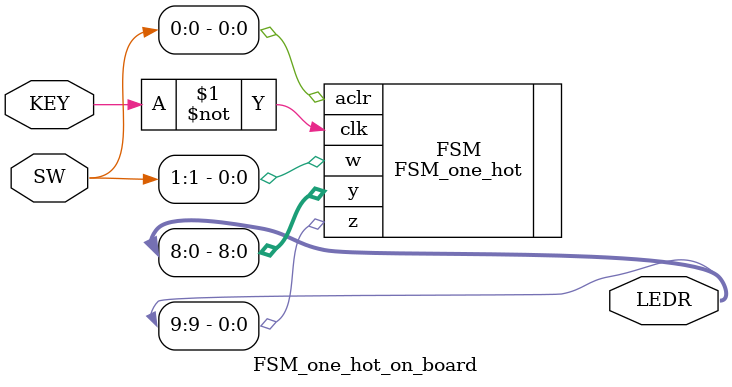
<source format=v>
module FSM_one_hot_on_board(input [1:0] SW, 
									 input [0:0] KEY, 
									 output [9:0] LEDR);
						 
	FSM_one_hot FSM(.clk(~KEY[0]), .aclr(SW[0]), .w(SW[1]),
								.z(LEDR[9]), .y(LEDR[8:0]));

endmodule

</source>
